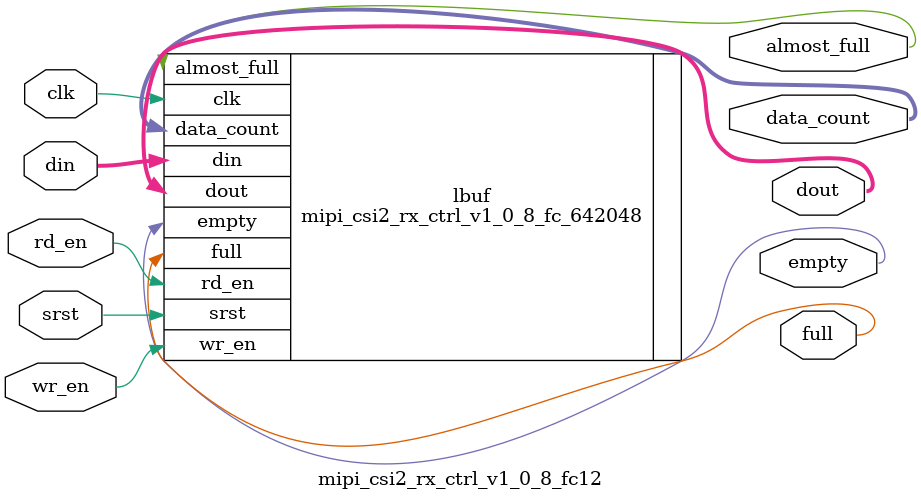
<source format=v>
`timescale 1ns/1ps
module mipi_csi2_rx_ctrl_v1_0_8_fc12 (
input          clk        ,
input          srst       ,
input  [64+4-1:0]  din  ,
input          wr_en      ,
input          rd_en      ,
output  [64+4-1:0]  dout,
output         full       ,
output         almost_full,
output         empty      ,
output [11-1:0]  data_count
);

mipi_csi2_rx_ctrl_v1_0_8_fc_642048 lbuf (
 .clk         (clk         ),
 .srst        (srst        ),
 .din         (din         ),
 .wr_en       (wr_en       ),
 .rd_en       (rd_en       ),
 .dout        (dout        ),
 .full        (full        ),
 .almost_full (almost_full ),
 .empty       (empty       ),
 .data_count  (data_count  ) 
);
endmodule

</source>
